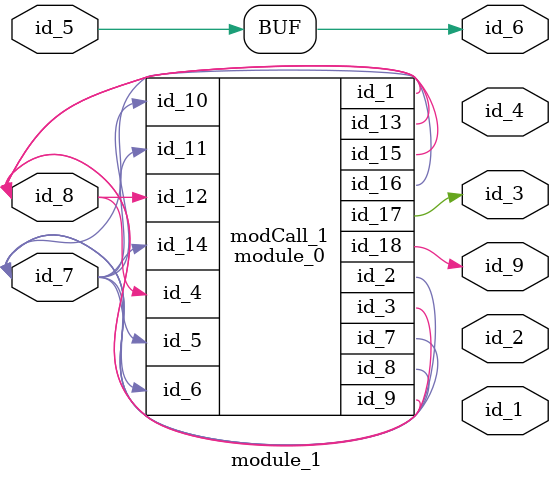
<source format=v>
module module_0 (
    id_1,
    id_2,
    id_3,
    id_4,
    id_5,
    id_6,
    id_7,
    id_8,
    id_9,
    id_10,
    id_11,
    id_12,
    id_13,
    id_14,
    id_15,
    id_16,
    id_17,
    id_18
);
  output wire id_18;
  output wire id_17;
  inout wire id_16;
  inout wire id_15;
  input wire id_14;
  output wire id_13;
  input wire id_12;
  input wire id_11;
  input wire id_10;
  inout wire id_9;
  inout wire id_8;
  output wire id_7;
  input wire id_6;
  input wire id_5;
  input wire id_4;
  inout wire id_3;
  inout wire id_2;
  inout wire id_1;
  wire id_19;
  assign id_2 = id_2;
endmodule
module module_1 (
    id_1,
    id_2,
    id_3,
    id_4,
    id_5,
    id_6,
    id_7,
    id_8,
    id_9
);
  output wire id_9;
  inout wire id_8;
  inout wire id_7;
  output wire id_6;
  input wire id_5;
  output wire id_4;
  output wire id_3;
  output wire id_2;
  output wire id_1;
  initial begin : LABEL_0
    id_6 <= id_5;
  end
  module_0 modCall_1 (
      id_8,
      id_7,
      id_8,
      id_8,
      id_7,
      id_7,
      id_7,
      id_7,
      id_8,
      id_7,
      id_7,
      id_8,
      id_8,
      id_7,
      id_8,
      id_7,
      id_3,
      id_9
  );
endmodule

</source>
